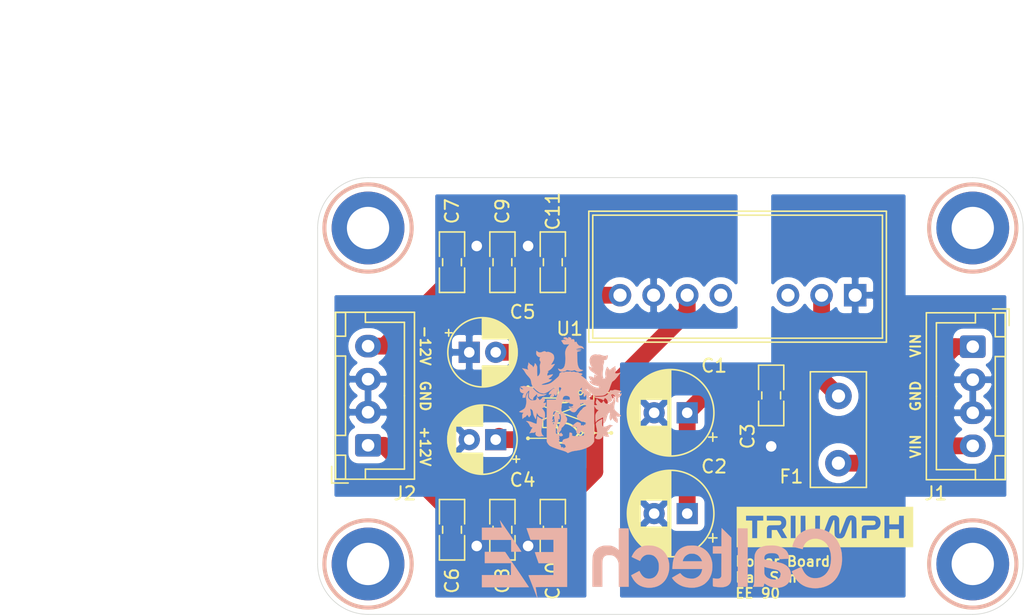
<source format=kicad_pcb>
(kicad_pcb (version 20171130) (host pcbnew "(5.1.2)-1")
  (title_block (title "Triumph Analog Function Generator - Power Board") (date 2019-05-14) (rev A) (company "California Institute of Technology") (comment 1 "Analog Electronics Project Laboratory") (comment 2 "EE 90") (comment 3 "Ray Sun"))
  (layers (0 F.Cu signal) (31 B.Cu signal) (34 B.Paste user) (35 F.Paste user) (36 B.SilkS user) (37 F.SilkS user) (38 B.Mask user) (39 F.Mask user) (44 Edge.Cuts user))
  (net 0 "")
  (net 1 GNDREF)
  (net 2 "Net-(C1-Pad1)")
  (net 3 GND)
  (net 4 +12V)
  (net 5 -12V)
  (net 6 VCC)
  (net 7 "Net-(U1-Pad5)")
  (net 8 "Net-(U1-Pad3)")
  (module triumph-logos:ruddock-crest-small (layer B.Cu) (at 142.24 109.22 180)
    (fp_text reference G*** hide)
    (fp_text value LOGO hide)
  )
  (module triumph-logos:rs-xs (layer F.Cu) (at 142.24 110.49)
    (fp_text reference G*** hide)
    (fp_text value LOGO hide)
  )
  (module triumph-logos:triumph-logo-inv-xs (layer F.Cu) (at 161.544 119.126)
    (fp_text reference G*** hide)
    (fp_text value LOGO hide)
  )
  (module triumph:0805_C_HandSoldering (layer F.Cu) (at 140.97 99.105 270)
    (fp_text reference C11 (at -3.855 0 90) (layer F.SilkS))
    (fp_text value 0.01uF hide)
    (pad 2 smd rect (at 1.225 0 270) (size 1.55 1.4) (layers F.Cu F.Paste F.Mask) (net 5 -12V))
    (pad 1 smd rect (at -1.225 0 270) (size 1.55 1.4) (layers F.Cu F.Paste F.Mask) (net 3 GND))
  )
  (module Capacitor_THT:CP_Radial_D5.0mm_P2.00mm (layer F.Cu) (at 134.652 105.918)
    (fp_text reference C5 (at 4.032 -3.048) (layer F.SilkS))
    (fp_text value 10uF)
    (pad 2 thru_hole circle (at 2 0) (size 1.6 1.6) (drill 0.8) (layers *.Cu *.Mask) (net 5 -12V))
    (pad 1 thru_hole rect (at 0 0) (size 1.6 1.6) (drill 0.8) (layers *.Cu *.Mask) (net 3 GND))
  )
  (module triumph:0805_C_HandSoldering (layer F.Cu) (at 157.48 109.175 270)
    (fp_text reference C3 (at 3.093 1.778 90) (layer F.SilkS))
    (fp_text value 0.1uF hide)
    (pad 2 smd rect (at 1.225 0 270) (size 1.55 1.4) (layers F.Cu F.Paste F.Mask) (net 1 GNDREF))
    (pad 1 smd rect (at -1.225 0 270) (size 1.55 1.4) (layers F.Cu F.Paste F.Mask) (net 2 "Net-(C1-Pad1)"))
  )
  (module Capacitor_THT:CP_Radial_D6.3mm_P2.50mm (layer F.Cu) (at 151.13 118.11 180)
    (fp_text reference C2 (at -2.032 3.556) (layer F.SilkS))
    (fp_text value 47uF)
    (pad 2 thru_hole circle (at 2.5 0 180) (size 1.6 1.6) (drill 0.8) (layers *.Cu *.Mask) (net 1 GNDREF))
    (pad 1 thru_hole rect (at 0 0 180) (size 1.6 1.6) (drill 0.8) (layers *.Cu *.Mask) (net 2 "Net-(C1-Pad1)"))
  )
  (module triumph:0805_C_HandSoldering (layer F.Cu) (at 140.97 119.335 270)
    (fp_text reference C10 (at 3.855 0 90) (layer F.SilkS))
    (fp_text value 0.01uF hide)
    (pad 2 smd rect (at 1.225 0 270) (size 1.55 1.4) (layers F.Cu F.Paste F.Mask) (net 3 GND))
    (pad 1 smd rect (at -1.225 0 270) (size 1.55 1.4) (layers F.Cu F.Paste F.Mask) (net 4 +12V))
  )
  (module triumph:0805_C_HandSoldering (layer F.Cu) (at 137.16 99.105 270)
    (fp_text reference C9 (at -3.855 0 90) (layer F.SilkS))
    (fp_text value 0.1uF hide)
    (pad 2 smd rect (at 1.225 0 270) (size 1.55 1.4) (layers F.Cu F.Paste F.Mask) (net 5 -12V))
    (pad 1 smd rect (at -1.225 0 270) (size 1.55 1.4) (layers F.Cu F.Paste F.Mask) (net 3 GND))
  )
  (module Capacitor_THT:CP_Radial_D5.0mm_P2.00mm (layer F.Cu) (at 136.652 112.522 180)
    (fp_text reference C4 (at -2.032 -3.048) (layer F.SilkS))
    (fp_text value 10uF)
    (pad 2 thru_hole circle (at 2 0 180) (size 1.6 1.6) (drill 0.8) (layers *.Cu *.Mask) (net 3 GND))
    (pad 1 thru_hole rect (at 0 0 180) (size 1.6 1.6) (drill 0.8) (layers *.Cu *.Mask) (net 4 +12V))
  )
  (module Capacitor_THT:CP_Radial_D6.3mm_P2.50mm (layer F.Cu) (at 151.13 110.49 180)
    (fp_text reference C1 (at -2.032 3.556) (layer F.SilkS))
    (fp_text value 47uF)
    (pad 2 thru_hole circle (at 2.5 0 180) (size 1.6 1.6) (drill 0.8) (layers *.Cu *.Mask) (net 1 GNDREF))
    (pad 1 thru_hole rect (at 0 0 180) (size 1.6 1.6) (drill 0.8) (layers *.Cu *.Mask) (net 2 "Net-(C1-Pad1)"))
  )
  (module triumph-logos:cit-ee (layer B.Cu) (at 149.225 121.539 180)
    (fp_text reference G*** hide)
    (fp_text value LOGO hide)
  )
  (module triumph:0805_C_HandSoldering (layer F.Cu) (at 137.16 119.335 270)
    (fp_text reference C8 (at 3.855 0 90) (layer F.SilkS))
    (fp_text value 0.1uF hide)
    (pad 2 smd rect (at 1.225 0 270) (size 1.55 1.4) (layers F.Cu F.Paste F.Mask) (net 3 GND))
    (pad 1 smd rect (at -1.225 0 270) (size 1.55 1.4) (layers F.Cu F.Paste F.Mask) (net 4 +12V))
  )
  (module triumph:0805_C_HandSoldering (layer F.Cu) (at 133.35 99.105 270)
    (fp_text reference C7 (at -3.855 0 90) (layer F.SilkS))
    (fp_text value 1uF hide)
    (pad 2 smd rect (at 1.225 0 270) (size 1.55 1.4) (layers F.Cu F.Paste F.Mask) (net 5 -12V))
    (pad 1 smd rect (at -1.225 0 270) (size 1.55 1.4) (layers F.Cu F.Paste F.Mask) (net 3 GND))
  )
  (module triumph:0805_C_HandSoldering (layer F.Cu) (at 133.35 119.335 270)
    (fp_text reference C6 (at 3.855 0 90) (layer F.SilkS))
    (fp_text value 1uF hide)
    (pad 2 smd rect (at 1.225 0 270) (size 1.55 1.4) (layers F.Cu F.Paste F.Mask) (net 3 GND))
    (pad 1 smd rect (at -1.225 0 270) (size 1.55 1.4) (layers F.Cu F.Paste F.Mask) (net 4 +12V))
  )
  (module Fuse:Fuse_Littelfuse_395Series (layer F.Cu) (at 162.56 114.3 90)
    (fp_text reference F1 (at -1.016 -3.556 180) (layer F.SilkS))
    (fp_text value MF-R050)
    (pad 2 thru_hole circle (at 5.08 0.01 90) (size 2 2) (drill 1) (layers *.Cu *.Mask) (net 2 "Net-(C1-Pad1)"))
    (pad 1 thru_hole circle (at 0 0 90) (size 2 2) (drill 1) (layers *.Cu *.Mask) (net 6 VCC))
  )
  (module triumph:RS-xxxxD (layer F.Cu) (at 163.83 101.6 270)
    (fp_text reference U1 (at 2.54 21.59) (layer F.SilkS))
    (fp_text value RS-1212D)
    (pad 8 thru_hole oval (at 0 17.78 270) (size 1.7 1.7) (drill 1) (layers *.Cu *.Mask) (net 5 -12V))
    (pad 7 thru_hole oval (at 0 15.24 270) (size 1.7 1.7) (drill 1) (layers *.Cu *.Mask) (net 3 GND))
    (pad 6 thru_hole oval (at 0 12.7 270) (size 1.7 1.7) (drill 1) (layers *.Cu *.Mask) (net 4 +12V))
    (pad 5 thru_hole oval (at 0 10.16 270) (size 1.7 1.7) (drill 1) (layers *.Cu *.Mask) (net 7 "Net-(U1-Pad5)"))
    (pad 3 thru_hole oval (at 0 5.08 270) (size 1.7 1.7) (drill 1) (layers *.Cu *.Mask) (net 8 "Net-(U1-Pad3)"))
    (pad 2 thru_hole oval (at 0 2.54 270) (size 1.7 1.7) (drill 1) (layers *.Cu *.Mask) (net 2 "Net-(C1-Pad1)"))
    (pad 1 thru_hole rect (at 0 0 270) (size 1.7 1.7) (drill 1) (layers *.Cu *.Mask) (net 1 GNDREF))
  )
  (module MountingHole:MountingHole_3.2mm_M3_ISO14580_Pad (layer F.Cu) (at 127 121.92)
    (fp_text reference REF** hide)
    (fp_text value MountingHole_3.2mm_M3_ISO14580_Pad hide)
    (pad 1 thru_hole circle (at 0 0) (size 5.5 5.5) (drill 3.2) (layers *.Cu *.Mask))
  )
  (module MountingHole:MountingHole_3.2mm_M3_ISO14580_Pad (layer F.Cu) (at 172.72 121.92)
    (fp_text reference REF** hide)
    (fp_text value MountingHole_3.2mm_M3_ISO14580_Pad hide)
    (pad 1 thru_hole circle (at 0 0) (size 5.5 5.5) (drill 3.2) (layers *.Cu *.Mask))
  )
  (module MountingHole:MountingHole_3.2mm_M3_ISO14580_Pad (layer F.Cu) (at 172.72 96.52)
    (fp_text reference REF** hide)
    (fp_text value MountingHole_3.2mm_M3_ISO14580_Pad hide)
    (pad 1 thru_hole circle (at 0 0) (size 5.5 5.5) (drill 3.2) (layers *.Cu *.Mask))
  )
  (module MountingHole:MountingHole_3.2mm_M3_ISO14580_Pad (layer F.Cu) (at 127 96.52)
    (fp_text reference REF** hide)
    (fp_text value MountingHole_3.2mm_M3_ISO14580_Pad hide)
    (pad 1 thru_hole circle (at 0 0) (size 5.5 5.5) (drill 3.2) (layers *.Cu *.Mask))
  )
  (module Connector_JST:JST_XH_B4B-XH-A_1x04_P2.50mm_Vertical (layer F.Cu) (at 127 112.95 90)
    (fp_text reference J2 (at -3.636 2.794 180) (layer F.SilkS))
    (fp_text value JST_XH_vert_01x04)
    (pad 4 thru_hole oval (at 7.5 0 90) (size 1.7 1.95) (drill 0.95) (layers *.Cu *.Mask) (net 5 -12V))
    (pad 3 thru_hole oval (at 5 0 90) (size 1.7 1.95) (drill 0.95) (layers *.Cu *.Mask) (net 3 GND))
    (pad 2 thru_hole oval (at 2.5 0 90) (size 1.7 1.95) (drill 0.95) (layers *.Cu *.Mask) (net 3 GND))
    (pad 1 thru_hole roundrect (at 0 0 90) (size 1.7 1.95) (drill 0.95) (layers *.Cu *.Mask) (roundrect_rratio 0.147059) (net 4 +12V))
  )
  (module Connector_JST:JST_XH_B4B-XH-A_1x04_P2.50mm_Vertical (layer F.Cu) (at 172.72 105.49 270)
    (fp_text reference J1 (at 11.096 2.794 180) (layer F.SilkS))
    (fp_text value JST_XH_vert_01x04)
    (pad 4 thru_hole oval (at 7.5 0 270) (size 1.7 1.95) (drill 0.95) (layers *.Cu *.Mask) (net 6 VCC))
    (pad 3 thru_hole oval (at 5 0 270) (size 1.7 1.95) (drill 0.95) (layers *.Cu *.Mask) (net 1 GNDREF))
    (pad 2 thru_hole oval (at 2.5 0 270) (size 1.7 1.95) (drill 0.95) (layers *.Cu *.Mask) (net 1 GNDREF))
    (pad 1 thru_hole roundrect (at 0 0 270) (size 1.7 1.95) (drill 0.95) (layers *.Cu *.Mask) (roundrect_rratio 0.147059) (net 6 VCC))
  )
  (gr_text VIN (at 168.402 113.03 90) (layer F.SilkS) (effects (font (size 0.75 0.75))))
  (gr_text VIN (at 168.402 105.41 90) (layer F.SilkS) (effects (font (size 0.75 0.75))))
  (gr_text GND (at 168.402 109.22 90) (layer F.SilkS) (effects (font (size 0.75 0.75))))
  (gr_text GND (at 131.318 109.22 270) (layer F.SilkS) (effects (font (size 0.75 0.75))))
  (gr_text +12V (at 131.318 113.03 270) (layer F.SilkS) (effects (font (size 0.75 0.75))))
  (gr_text -12V (at 131.318 105.41 270) (layer F.SilkS) (effects (font (size 0.75 0.75))))
  (gr_text "Power Board\nRay Sun\nEE 90" (at 154.686 122.936) (layer F.SilkS) (effects (font (size 0.75 0.75)) (justify left)))
  (gr_circle (center 172.72 96.52) (end 176.02 96.52) (layer B.SilkS) (width 0.3))
  (gr_circle (center 172.72 121.92) (end 176.02 121.92) (layer B.SilkS) (width 0.3))
  (gr_circle (center 127 121.92) (end 130.3 121.92) (layer B.SilkS) (width 0.3))
  (gr_circle (center 172.72 121.92) (end 176.02 121.92) (layer F.SilkS) (width 0.3))
  (gr_circle (center 127 96.52) (end 130.3 96.52) (layer B.SilkS) (width 0.3))
  (gr_circle (center 172.72 96.52) (end 176.02 96.52) (layer F.SilkS) (width 0.3))
  (gr_circle (center 127 121.92) (end 130.3 121.92) (layer F.SilkS) (width 0.3))
  (gr_circle (center 127 96.52) (end 130.3 96.52) (layer F.SilkS) (width 0.3))
  (gr_arc (start 172.72 121.92) (end 172.72 125.73) (angle -90) (layer Edge.Cuts) (width 0.05))
  (gr_arc (start 127 121.92) (end 123.19 121.92) (angle -90) (layer Edge.Cuts) (width 0.05))
  (gr_arc (start 172.72 96.52) (end 176.53 96.52) (angle -90) (layer Edge.Cuts) (width 0.05))
  (gr_arc (start 127 96.52) (end 127 92.71) (angle -90) (layer Edge.Cuts) (width 0.05))
  (gr_line (start 123.19 121.92) (end 123.19 96.52) (layer Edge.Cuts) (width 0.05))
  (gr_line (start 172.72 125.73) (end 127 125.73) (layer Edge.Cuts) (width 0.05))
  (gr_line (start 176.53 96.52) (end 176.53 121.92) (layer Edge.Cuts) (width 0.05))
  (gr_line (start 127 92.71) (end 172.72 92.71) (layer Edge.Cuts) (width 0.05))
  (via (at 157.48 113.03) (size 1.27) (drill 0.8) (layers F.Cu B.Cu) (net 1))
  (segment (start 157.48 113.03) (end 157.48 110.4) (width 1.27) (layer F.Cu) (net 1))
  (segment (start 161.3 107.95) (end 162.57 109.22) (width 1.27) (layer F.Cu) (net 2))
  (segment (start 161.29 105.41) (end 158.75 107.95) (width 1.27) (layer F.Cu) (net 2))
  (segment (start 161.29 101.6) (end 161.29 105.41) (width 1.27) (layer F.Cu) (net 2))
  (segment (start 157.48 107.95) (end 158.75 107.95) (width 1.27) (layer F.Cu) (net 2))
  (segment (start 158.75 107.95) (end 161.3 107.95) (width 1.27) (layer F.Cu) (net 2))
  (segment (start 153.67 107.95) (end 157.48 107.95) (width 1.27) (layer F.Cu) (net 2))
  (segment (start 151.13 110.49) (end 153.67 107.95) (width 1.27) (layer F.Cu) (net 2))
  (segment (start 151.13 110.49) (end 151.13 118.11) (width 1.27) (layer F.Cu) (net 2))
  (via (at 135.217994 97.88) (size 1.27) (drill 0.8) (layers F.Cu B.Cu) (net 3))
  (segment (start 137.16 97.88) (end 135.217994 97.88) (width 1.27) (layer F.Cu) (net 3))
  (segment (start 133.35 97.88) (end 135.217994 97.88) (width 1.27) (layer F.Cu) (net 3))
  (segment (start 140.96999 97.88001) (end 140.000025 97.88001) (width 1.27) (layer F.Cu) (net 3))
  (segment (start 138.203975 97.88001) (end 139.102 97.88001) (width 1.27) (layer F.Cu) (net 3))
  (segment (start 137.16001 97.88001) (end 138.203975 97.88001) (width 1.27) (layer F.Cu) (net 3))
  (segment (start 140.97 97.88) (end 140.96999 97.88001) (width 1.27) (layer F.Cu) (net 3))
  (via (at 139.102 97.88001) (size 1.27) (drill 0.8) (layers F.Cu B.Cu) (net 3))
  (segment (start 137.16 97.88) (end 137.16001 97.88001) (width 1.27) (layer F.Cu) (net 3))
  (segment (start 140.000025 97.88001) (end 139.102 97.88001) (width 1.27) (layer F.Cu) (net 3))
  (segment (start 137.16 120.56) (end 137.159993 120.560007) (width 1.27) (layer F.Cu) (net 3))
  (segment (start 136.116018 120.560007) (end 135.217993 120.560007) (width 1.27) (layer F.Cu) (net 3))
  (segment (start 134.319968 120.560007) (end 135.217993 120.560007) (width 1.27) (layer F.Cu) (net 3))
  (segment (start 133.350007 120.560007) (end 134.319968 120.560007) (width 1.27) (layer F.Cu) (net 3))
  (segment (start 133.35 120.56) (end 133.350007 120.560007) (width 1.27) (layer F.Cu) (net 3))
  (via (at 135.217993 120.560007) (size 1.27) (drill 0.8) (layers F.Cu B.Cu) (net 3))
  (segment (start 137.159993 120.560007) (end 136.116018 120.560007) (width 1.27) (layer F.Cu) (net 3))
  (via (at 139.102004 120.560004) (size 1.27) (drill 0.8) (layers F.Cu B.Cu) (net 3))
  (segment (start 137.160004 120.560004) (end 138.203979 120.560004) (width 1.27) (layer F.Cu) (net 3))
  (segment (start 138.203979 120.560004) (end 139.102004 120.560004) (width 1.27) (layer F.Cu) (net 3))
  (segment (start 137.16 120.56) (end 137.160004 120.560004) (width 1.27) (layer F.Cu) (net 3))
  (segment (start 140.000029 120.560004) (end 139.102004 120.560004) (width 1.27) (layer F.Cu) (net 3))
  (segment (start 140.969996 120.560004) (end 140.000029 120.560004) (width 1.27) (layer F.Cu) (net 3))
  (segment (start 140.97 120.56) (end 140.969996 120.560004) (width 1.27) (layer F.Cu) (net 3))
  (segment (start 128.19 112.95) (end 133.35 118.11) (width 1.27) (layer F.Cu) (net 4))
  (segment (start 127 112.95) (end 128.19 112.95) (width 1.27) (layer F.Cu) (net 4))
  (segment (start 133.35 118.11) (end 137.16 118.11) (width 1.27) (layer F.Cu) (net 4))
  (segment (start 137.16 118.11) (end 140.97 118.11) (width 1.27) (layer F.Cu) (net 4))
  (segment (start 151.13 101.6) (end 151.13 102.87) (width 1.27) (layer F.Cu) (net 4))
  (segment (start 144.145 109.855) (end 144.145 114.935) (width 1.27) (layer F.Cu) (net 4))
  (segment (start 151.13 102.87) (end 144.145 109.855) (width 1.27) (layer F.Cu) (net 4))
  (segment (start 144.145 114.935) (end 140.97 118.11) (width 1.27) (layer F.Cu) (net 4))
  (segment (start 136.906 112.268) (end 136.652 112.522) (width 1.27) (layer F.Cu) (net 4))
  (segment (start 144.145 109.855) (end 141.732 112.268) (width 1.27) (layer F.Cu) (net 4))
  (segment (start 141.478 112.522) (end 141.732 112.268) (width 1.27) (layer F.Cu) (net 4))
  (segment (start 136.652 112.522) (end 141.478 112.522) (width 1.27) (layer F.Cu) (net 4))
  (segment (start 146.05 101.6) (end 143.51 101.6) (width 1.27) (layer F.Cu) (net 5))
  (segment (start 140.97 100.33) (end 142.24 101.6) (width 1.27) (layer F.Cu) (net 5))
  (segment (start 142.24 101.6) (end 143.51 101.6) (width 1.27) (layer F.Cu) (net 5))
  (segment (start 140.97 100.33) (end 137.16 100.33) (width 1.27) (layer F.Cu) (net 5))
  (segment (start 133.35 100.33) (end 137.16 100.33) (width 1.27) (layer F.Cu) (net 5))
  (segment (start 128.23 105.45) (end 133.35 100.33) (width 1.27) (layer F.Cu) (net 5))
  (segment (start 127 105.45) (end 128.23 105.45) (width 1.27) (layer F.Cu) (net 5))
  (segment (start 139.192 105.918) (end 136.652 105.918) (width 1.27) (layer F.Cu) (net 5))
  (segment (start 143.51 101.6) (end 139.192 105.918) (width 1.27) (layer F.Cu) (net 5))
  (segment (start 166.37 114.3) (end 162.56 114.3) (width 1.27) (layer F.Cu) (net 6))
  (segment (start 167.68 112.99) (end 166.37 114.3) (width 1.27) (layer F.Cu) (net 6))
  (segment (start 170.18 111.68) (end 168.87 112.99) (width 1.27) (layer F.Cu) (net 6))
  (segment (start 170.18 106.68) (end 170.18 111.68) (width 1.27) (layer F.Cu) (net 6))
  (segment (start 171.37 105.49) (end 170.18 106.68) (width 1.27) (layer F.Cu) (net 6))
  (segment (start 172.72 105.49) (end 171.37 105.49) (width 1.27) (layer F.Cu) (net 6))
  (segment (start 172.72 112.99) (end 168.87 112.99) (width 1.27) (layer F.Cu) (net 6))
  (segment (start 168.87 112.99) (end 167.68 112.99) (width 1.27) (layer F.Cu) (net 6))
  (zone (net 3) (net_name GND) (layer B.Cu) (connect_pads (clearance 0.508)) (min_thickness 0.254) (fill yes (arc_segments 32) (thermal_gap 0.508) (thermal_bridge_width 0.508))
    (polygon (pts (xy 124.46 101.6) (xy 124.46 116.84) (xy 132.08 116.84) (xy 132.08 124.46) (xy 143.51 124.46) (xy 143.51 104.14) (xy 154.94 104.14) (xy 154.94 93.98) (xy 132.08 93.98) (xy 132.08 101.6)))
  )
  (zone (net 1) (net_name GNDREF) (layer B.Cu) (connect_pads (clearance 0.508)) (min_thickness 0.254) (fill yes (arc_segments 32) (thermal_gap 0.508) (thermal_bridge_width 0.508))
    (polygon (pts (xy 175.26 101.6) (xy 167.64 101.6) (xy 167.64 93.98) (xy 157.48 93.98) (xy 157.48 106.68) (xy 146.05 106.68) (xy 146.05 124.46) (xy 167.64 124.46) (xy 167.64 116.84) (xy 175.26 116.84)))
  )
)
</source>
